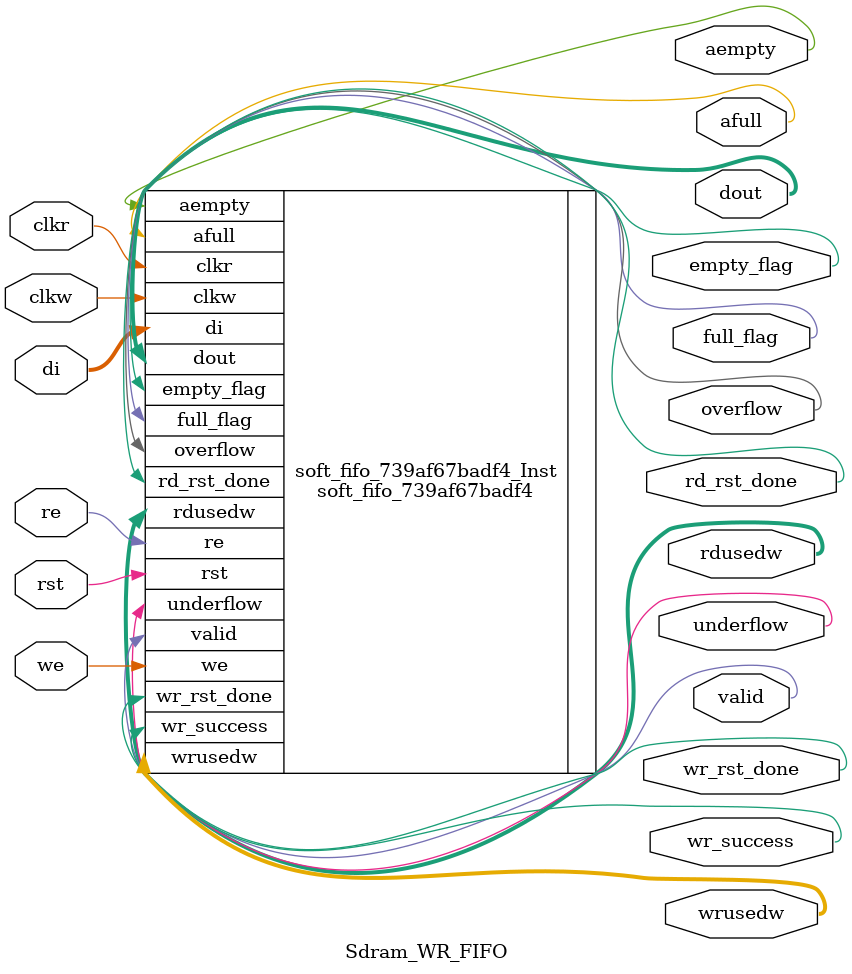
<source format=v>
/************************************************************\
**	Copyright (c) 2012-2025 Anlogic Inc.
**	All Right Reserved.
\************************************************************/
/************************************************************\
**	Build time: Oct 21 2025 18:14:02
**	TD version	:	6.2.168116
************************************************************/
`timescale 1ns/1ps
module Sdram_WR_FIFO
(
  input                         rst,
  input   [15:0]                di,
  input                         clkr,
  input                         re,
  input                         clkw,
  input                         we,
  output  [15:0]                dout,
  output                        empty_flag,
  output                        aempty,
  output                        full_flag,
  output                        afull,
  output                        valid,
  output                        overflow,
  output                        underflow,
  output                        wr_success,
  output  [9:0]                 rdusedw,
  output  [9:0]                 wrusedw,
  output                        wr_rst_done,
  output                        rd_rst_done
);

  soft_fifo_739af67badf4
  #(
      .COMMON_CLK_EN(0),
      .MEMORY_TYPE(0),
      .RST_TYPE(1),
      .DATA_WIDTH_W(16),
      .ADDR_WIDTH_W(9),
      .DATA_WIDTH_R(16),
      .ADDR_WIDTH_R(9),
      .DOUT_INITVAL(16'h0),
      .OUTREG_EN("NOREG"),
      .SHOW_AHEAD_EN(1),
      .AL_FULL_NUM(509),
      .AL_EMPTY_NUM(2),
      .RDUSEDW_WIDTH(10),
      .WRUSEDW_WIDTH(10),
      .ASYNC_RST_SYNC_RELS(1),
      .SYNC_STAGE(2)
  )soft_fifo_739af67badf4_Inst
  (
      .rst(rst),
      .di(di),
      .clkr(clkr),
      .re(re),
      .clkw(clkw),
      .we(we),
      .dout(dout),
      .empty_flag(empty_flag),
      .aempty(aempty),
      .full_flag(full_flag),
      .afull(afull),
      .valid(valid),
      .overflow(overflow),
      .underflow(underflow),
      .wr_success(wr_success),
      .rdusedw(rdusedw),
      .wrusedw(wrusedw),
      .wr_rst_done(wr_rst_done),
      .rd_rst_done(rd_rst_done)
  );
endmodule

</source>
